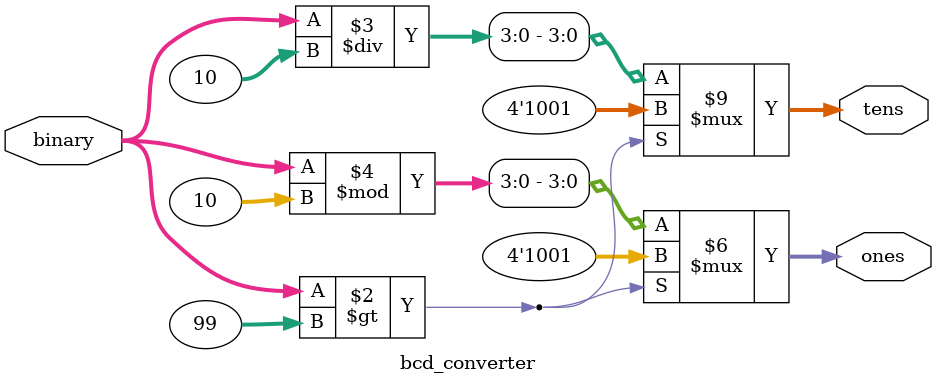
<source format=v>
`timescale 1ns / 1ps

module bcd_converter (
    input [7:0] binary,
    output reg [3:0] tens,
    output reg [3:0] ones
);
    always @(*) begin
        if (binary > 99) begin
            tens = 9;
            ones = 9;
        end else begin
            tens = binary / 10;
            ones = binary % 10;
        end
    end
endmodule



</source>
